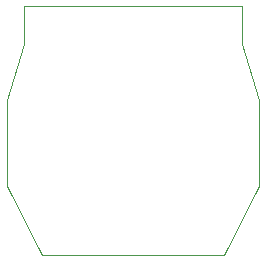
<source format=gm1>
G04 #@! TF.GenerationSoftware,KiCad,Pcbnew,(5.1.10)-1*
G04 #@! TF.CreationDate,2021-07-25T13:55:37-07:00*
G04 #@! TF.ProjectId,stat-monitor,73746174-2d6d-46f6-9e69-746f722e6b69,rev?*
G04 #@! TF.SameCoordinates,Original*
G04 #@! TF.FileFunction,Profile,NP*
%FSLAX46Y46*%
G04 Gerber Fmt 4.6, Leading zero omitted, Abs format (unit mm)*
G04 Created by KiCad (PCBNEW (5.1.10)-1) date 2021-07-25 13:55:37*
%MOMM*%
%LPD*%
G01*
G04 APERTURE LIST*
G04 #@! TA.AperFunction,Profile*
%ADD10C,0.050000*%
G04 #@! TD*
G04 APERTURE END LIST*
D10*
X170100000Y-108500000D02*
X170100000Y-115800000D01*
X171600000Y-103800000D02*
X170100000Y-108500000D01*
X191500000Y-108500000D02*
X191500000Y-115800000D01*
X190000000Y-103800000D02*
X191500000Y-108500000D01*
X171600000Y-100600000D02*
X171600000Y-103800000D01*
X190000000Y-100600000D02*
X190000000Y-103800000D01*
X173100000Y-121700000D02*
X188500000Y-121700000D01*
X170100000Y-115800000D02*
X173100000Y-121700000D01*
X191500000Y-115800000D02*
X188500000Y-121700000D01*
X171600000Y-100600000D02*
X190000000Y-100600000D01*
M02*

</source>
